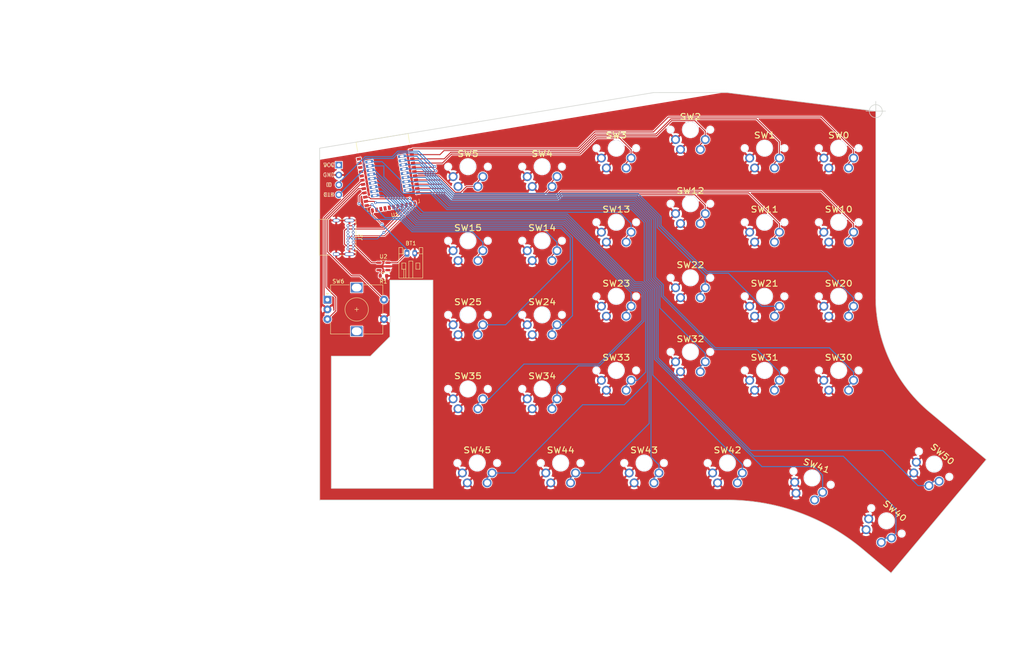
<source format=kicad_pcb>
(kicad_pcb (version 20210228) (generator pcbnew)
  (layers (0 "F.Cu" signal) (31 "B.Cu" signal) (34 "B.Paste" user) (35 "F.Paste" user) (36 "B.SilkS" user "B.Silkscreen") (37 "F.SilkS" user "F.Silkscreen") (38 "B.Mask" user) (39 "F.Mask" user) (44 "Edge.Cuts" user))
  (net 0 "")
  (net 1 "GND")
  (net 2 "VCC")
  (net 3 "ROT_B")
  (net 4 "ROT_A")
  (net 5 "S00")
  (net 6 "S01")
  (net 7 "S02")
  (net 8 "S03")
  (net 9 "S04")
  (net 10 "S05")
  (net 11 "S10")
  (net 12 "S11")
  (net 13 "S12")
  (net 14 "S13")
  (net 15 "S14")
  (net 16 "S15")
  (net 17 "S20")
  (net 18 "S21")
  (net 19 "S22")
  (net 20 "S23")
  (net 21 "S24")
  (net 22 "S25")
  (net 23 "S30")
  (net 24 "S31")
  (net 25 "S32")
  (net 26 "S33")
  (net 27 "S34")
  (net 28 "S35")
  (net 29 "S40")
  (net 30 "S42")
  (net 31 "S41")
  (net 32 "S43")
  (net 33 "S44")
  (net 34 "S45")
  (net 35 "S50")
  (net 36 "SWDIO")
  (net 37 "SWCLK")
  (net 38 "ROT_Switch")
  (net 39 "+BATT")
  (net 50 "VBUS")
  (net 51 "D-")
  (net 52 "D+")
  (net 59 "Net-(R1-Pad1)")
  (footprint "blackwing:MX_FLIP_5Pin" (layer "F.Cu") (at 106.56894 67.0425 180)
    (fp_text reference "SW35")
    (fp_text value "SW_Push" hide)
  )
  (footprint "blackwing:MX_FLIP_5Pin" (layer "F.Cu") (at 226.01949 86.314674 140)
    (fp_text reference "SW50")
    (fp_text value "SW_Push" hide)
  )
  (footprint "blackwing:MX_FLIP_5Pin" (layer "F.Cu") (at 130.31894 86.0425 180)
    (fp_text reference "SW44")
    (fp_text value "SW_Push" hide)
  )
  (footprint "blackwing:MX_FLIP_5Pin" (layer "F.Cu") (at 125.56894 67.0425 180)
    (fp_text reference "SW34")
    (fp_text value "SW_Push" hide)
  )
  (footprint "blackwing:MX_FLIP_5Pin" (layer "F.Cu") (at 213.80694 100.8695 140)
    (fp_text reference "SW40")
    (fp_text value "SW_Push" hide)
  )
  (footprint "blackwing:MX_FLIP_5Pin" (layer "F.Cu") (at 194.74494 89.8645 160)
    (fp_text reference "SW41")
    (fp_text value "SW_Push" hide)
  )
  (footprint "blackwing:MX_FLIP_5Pin" (layer "F.Cu") (at 173.06894 86.0425 180)
    (fp_text reference "SW42")
    (fp_text value "SW_Push" hide)
  )
  (footprint "blackwing:MX_FLIP_5Pin_1.25u" (layer "F.Cu") (at 151.69394 86.0425 180)
    (fp_text reference "SW43")
    (fp_text value "SW_Push" hide)
  )
  (footprint "blackwing:MX_FLIP_5Pin_1.25u" (layer "F.Cu") (at 108.94394 86.0425 180)
    (fp_text reference "SW45")
    (fp_text value "SW_Push" hide)
  )
  (footprint "blackwing:MX_FLIP_5Pin" (layer "F.Cu") (at 182.56894 43.2925 180)
    (fp_text reference "SW21")
    (fp_text value "SW_Push" hide)
  )
  (footprint "blackwing:MX_FLIP_5Pin" (layer "F.Cu") (at 201.56894 43.2925 180)
    (fp_text reference "SW20")
    (fp_text value "SW_Push" hide)
  )
  (footprint "blackwing:MX_FLIP_5Pin" (layer "F.Cu") (at 106.56894 29.0425 180)
    (fp_text reference "SW15")
    (fp_text value "SW_Push" hide)
  )
  (footprint "blackwing:MX_FLIP_5Pin" (layer "F.Cu") (at 125.56894 29.0425 180)
    (fp_text reference "SW14")
    (fp_text value "SW_Push" hide)
  )
  (footprint "blackwing:MX_FLIP_5Pin" (layer "F.Cu") (at 144.56894 24.2925 180)
    (fp_text reference "SW13")
    (fp_text value "SW_Push" hide)
  )
  (footprint "blackwing:MX_FLIP_5Pin" (layer "F.Cu") (at 163.56894 19.5425 180)
    (fp_text reference "SW12")
    (fp_text value "SW_Push" hide)
  )
  (footprint "blackwing:MX_FLIP_5Pin" (layer "F.Cu") (at 182.56894 24.2925 180)
    (fp_text reference "SW11")
    (fp_text value "SW_Push" hide)
  )
  (footprint "blackwing:MX_FLIP_5Pin" (layer "F.Cu") (at 201.56894 24.2925 180)
    (fp_text reference "SW10")
    (fp_text value "SW_Push" hide)
  )
  (footprint "blackwing:MX_FLIP_5Pin" (layer "F.Cu") (at 106.56894 10.0425 180)
    (fp_text reference "SW5")
    (fp_text value "SW_Push" hide)
  )
  (footprint "blackwing:MX_FLIP_5Pin" (layer "F.Cu") (at 125.56894 10.0425 180)
    (fp_text reference "SW4")
    (fp_text value "SW_Push" hide)
  )
  (footprint "blackwing:MX_FLIP_5Pin" (layer "F.Cu") (at 144.56894 5.2925 180)
    (fp_text reference "SW3")
    (fp_text value "SW_Push" hide)
  )
  (footprint "blackwing:MX_FLIP_5Pin" (layer "F.Cu") (at 163.56894 0.5425 180)
    (fp_text reference "SW2")
    (fp_text value "SW_Push" hide)
  )
  (footprint "blackwing:MX_FLIP_5Pin" (layer "F.Cu") (at 182.56894 5.2925 180)
    (fp_text reference "SW1")
    (fp_text value "SW_Push" hide)
  )
  (footprint "blackwing:MX_FLIP_5Pin" (layer "F.Cu") (at 201.56894 5.2925 180)
    (fp_text reference "SW0")
    (fp_text value "SW_Push" hide)
  )
  (footprint "blackwing:MX_FLIP_5Pin" (layer "F.Cu") (at 144.56894 43.2925 180)
    (fp_text reference "SW23")
    (fp_text value "SW_Push" hide)
  )
  (footprint "blackwing:MX_FLIP_5Pin" (layer "F.Cu") (at 125.56894 48.0425 180)
    (fp_text reference "SW24")
    (fp_text value "SW_Push" hide)
  )
  (footprint "blackwing:MX_FLIP_5Pin" (layer "F.Cu") (at 106.56894 48.0425 180)
    (fp_text reference "SW25")
    (fp_text value "SW_Push" hide)
  )
  (footprint "blackwing:MX_FLIP_5Pin" (layer "F.Cu") (at 201.56894 62.2925 180)
    (fp_text reference "SW30")
    (fp_text value "SW_Push" hide)
  )
  (footprint "blackwing:MX_FLIP_5Pin" (layer "F.Cu") (at 182.56894 62.2925 180)
    (fp_text reference "SW31")
    (fp_text value "SW_Push" hide)
  )
  (footprint "blackwing:MX_FLIP_5Pin" (layer "F.Cu") (at 163.56894 57.5425 180)
    (fp_text reference "SW32")
    (fp_text value "SW_Push" hide)
  )
  (footprint "blackwing:MX_FLIP_5Pin" (layer "F.Cu") (at 144.56894 62.2925 180)
    (fp_text reference "SW33")
    (fp_text value "SW_Push" hide)
  )
  (footprint "blackwing:MX_FLIP_5Pin" (layer "F.Cu") (at 163.56894 38.5425 180)
    (fp_text reference "SW22")
    (fp_text value "SW_Push" hide)
  )
  (footprint "blackwing:HOLYIOT-18010-NRF52840" (layer "F.Cu") (at 77.886966 3.739468 9.462)
    (fp_text reference "U1")
    (fp_text value "HOLYIOT-18010-NRF52840")
  )
  (footprint "Connector_JST:JST_PH_S2B-PH-K_1x02_P2.00mm_Horizontal" (layer "F.Cu") (at 90.929384 32.240056)
    (fp_text reference "BT1")
    (fp_text value "Battery_Cell")
  )
  (footprint "Rotary_Encoder:RotaryEncoder_Alps_EC12E-Switch_Vertical_H20mm" (layer "F.Cu") (at 70.54894 44.1425)
    (fp_text reference "SW6")
    (fp_text value "RotaryEncoder_Switch")
  )
  (footprint "Connector_USB:USB_C_Receptacle_GCT_USB4085" (layer "F.Cu") (at 77.16594 25.1775 -90)
    (fp_text reference "J2")
    (fp_text value "USB_C_Receptacle_USB2.0")
  )
  (footprint "Package_TO_SOT_SMD:SOT-23-5" (layer "F.Cu") (at 84.89894 35.6125 180)
    (fp_text reference "U2")
    (fp_text value "MCP73831-3-OT")
  )
  (footprint "Resistor_SMD:R_0603_1608Metric" (layer "F.Cu") (at 84.89894 38.0465)
    (fp_text reference "R1")
    (fp_text value "R_Small")
  )
  (footprint "blackwing:Programming_Header" (layer "B.Cu") (at 73.46894 9.6205 180)
    (fp_text reference "J1" hide)
    (fp_text value "Conn_01x04")
  )
  (gr_line (start 172.96894 -8.97) (end 154.06894 -8.9575) (layer "Edge.Cuts") (width 0.15))
  (gr_line (start 68.56894 95.5425) (end 173.06894 95.5425) (layer "Edge.Cuts") (width 0.15))
  (gr_arc (start 249.642673 43.381099) (end 211.06894 43.3825) (angle -50) (layer "Edge.Cuts") (width 0.15))
  (gr_line (start 154.06894 -8.9575) (end 68.56894 5.2925) (layer "Edge.Cuts") (width 0.15))
  (gr_poly (pts (xy 86.56894 53.6425) (xy 81.56894 58.6425) (xy 71.56894 58.6425) (xy 71.56894 92.5425) (xy 97.59894 92.5425) (xy 97.56894 39.1425) (xy 86.56894 39.1425)) (layer "Edge.Cuts") (width 0.15) (fill none))
  (gr_line (start 239.403873 85.144159) (end 224.849029 72.931194) (layer "Edge.Cuts") (width 0.15))
  (gr_line (start 211.06894 -4.2075) (end 211.06894 43.3825) (layer "Edge.Cuts") (width 0.15))
  (gr_line (start 239.403873 85.144159) (end 214.977944 114.253848) (layer "Edge.Cuts") (width 0.15))
  (gr_line (start 207.700522 108.147365) (end 214.977944 114.253848) (layer "Edge.Cuts") (width 0.15))
  (gr_line (start 68.56894 5.2925) (end 68.56894 95.5425) (layer "Edge.Cuts") (width 0.15))
  (gr_line (start 211.06894 -4.2075) (end 172.96894 -8.97) (layer "Edge.Cuts") (width 0.15))
  (gr_arc (start 173.068942 149.419675) (end 173.06894 95.5425) (angle 40) (layer "Edge.Cuts") (width 0.15))
  (target plus (at 211.06894 -4.2075) (size 5) (width 0.15) (layer "Edge.Cuts"))
  (segment (start 75.81594 25.1775) (end 77.16594 25.1775) (width 0.254) (layer "F.Cu") (net 1))
  (segment (start 75.81594 31.1275) (end 77.16594 31.1275) (width 0.254) (layer "F.Cu") (net 1))
  (segment (start 72.68693 47.00451) (end 72.68693 43.541178) (width 0.254) (layer "F.Cu") (net 3))
  (segment (start 70.14693 23.392442) (end 78.949561 14.589811) (width 0.254) (layer "F.Cu") (net 3))
  (segment (start 78.949561 14.589811) (end 79.695294 14.589811) (width 0.254) (layer "F.Cu") (net 3))
  (segment (start 70.54894 49.1425) (end 72.68693 47.00451) (width 0.254) (layer "F.Cu") (net 3))
  (segment (start 72.68693 43.541178) (end 70.14693 41.001178) (width 0.254) (layer "F.Cu") (net 3))
  (segment (start 70.14693 41.001178) (end 70.14693 23.392442) (width 0.254) (layer "F.Cu") (net 3))
  (segment (start 69.69292 23.204385) (end 79.392528 13.504777) (width 0.254) (layer "F.Cu") (net 4))
  (segment (start 79.392528 13.504777) (end 79.514461 13.504777) (width 0.254) (layer "F.Cu") (net 4))
  (segment (start 69.69292 43.28648) (end 69.69292 23.204385) (width 0.254) (layer "F.Cu") (net 4))
  (segment (start 70.54894 44.1425) (end 69.69292 43.28648) (width 0.254) (layer "F.Cu") (net 4))
  (segment (start 205.37894 5.667551) (end 197.024956 -2.686433) (width 0.254) (layer "F.Cu") (net 5))
  (segment (start 154.06894 1.1425) (end 139.06894 1.1425) (width 0.254) (layer "F.Cu") (net 5))
  (segment (start 204.10894 9.1025) (end 204.10894 10.3725) (width 0.254) (layer "F.Cu") (net 5))
  (segment (start 139.06894 1.1425) (end 134.759906 5.451534) (width 0.254) (layer "F.Cu") (net 5))
  (segment (start 205.37894 7.8325) (end 204.10894 9.1025) (width 0.254) (layer "F.Cu") (net 5))
  (segment (start 205.37894 7.8325) (end 205.37894 5.667551) (width 0.254) (layer "F.Cu") (net 5))
  (segment (start 197.024956 -2.686433) (end 157.897873 -2.686433) (width 0.254) (layer "F.Cu") (net 5))
  (segment (start 157.897873 -2.686433) (end 154.06894 1.1425) (width 0.254) (layer "F.Cu") (net 5))
  (segment (start 134.759906 5.451534) (end 92.335386 5.451534) (width 0.254) (layer "F.Cu") (net 5))
  (segment (start 92.335386 5.451534) (end 91.926627 5.860293) (width 0.254) (layer "F.Cu") (net 5))
  (segment (start 139.165019 1.688489) (end 154.665019 1.688489) (width 0.254) (layer "F.Cu") (net 6))
  (segment (start 134.947968 5.90554) (end 139.165019 1.688489) (width 0.254) (layer "F.Cu") (net 6))
  (segment (start 180.488018 -2.232422) (end 186.37894 3.6585) (width 0.254) (layer "F.Cu") (net 6))
  (segment (start 185.10894 9.1025) (end 185.10894 10.3725) (width 0.254) (layer "F.Cu") (net 6))
  (segment (start 99.39218 6.945328) (end 100.431968 5.90554) (width 0.254) (layer "F.Cu") (net 6))
  (segment (start 158.58593 -2.232422) (end 180.488018 -2.232422) (width 0.254) (layer "F.Cu") (net 6))
  (segment (start 100.431968 5.90554) (end 134.947968 5.90554) (width 0.254) (layer "F.Cu") (net 6))
  (segment (start 186.37894 7.8325) (end 185.10894 9.1025) (width 0.254) (layer "F.Cu") (net 6))
  (segment (start 154.665019 1.688489) (end 158.58593 -2.232422) (width 0.254) (layer "F.Cu") (net 6))
  (segment (start 186.37894 3.6585) (end 186.37894 7.8325) (width 0.254) (layer "F.Cu") (net 6))
  (segment (start 92.10746 6.945328) (end 99.39218 6.945328) (width 0.254) (layer "F.Cu") (net 6))
  (segment (start 167.37894 3.0825) (end 166.10894 4.3525) (width 0.254) (layer "F.Cu") (net 7))
  (segment (start 139.353076 2.1425) (end 154.853076 2.1425) (width 0.254) (layer "F.Cu") (net 7))
  (segment (start 166.10894 4.3525) (end 166.10894 5.6225) (width 0.254) (layer "F.Cu") (net 7))
  (segment (start 102.144416 6.359551) (end 135.136025 6.359551) (width 0.254) (layer "F.Cu") (net 7))
  (segment (start 135.136025 6.359551) (end 139.353076 2.1425) (width 0.254) (layer "F.Cu") (net 7))
  (segment (start 154.853076 2.1425) (end 158.773987 -1.778411) (width 0.254) (layer "F.Cu") (net 7))
  (segment (start 164.682978 -1.778411) (end 167.37894 0.917551) (width 0.254) (layer "F.Cu") (net 7))
  (segment (start 167.37894 0.917551) (end 167.37894 3.0825) (width 0.254) (layer "F.Cu") (net 7))
  (segment (start 158.773987 -1.778411) (end 164.682978 -1.778411) (width 0.254) (layer "F.Cu") (net 7))
  (segment (start 92.288293 8.030362) (end 100.473605 8.030362) (width 0.254) (layer "F.Cu") (net 7))
  (segment (start 100.473605 8.030362) (end 102.144416 6.359551) (width 0.254) (layer "F.Cu") (net 7))
  (segment (start 147.10894 9.1025) (end 147.10894 10.3725) (width 0.254) (layer "F.Cu") (net 8))
  (segment (start 102.332499 6.813564) (end 135.324082 6.813562) (width 0.254) (layer "F.Cu") (net 8))
  (segment (start 100.030667 9.115396) (end 102.332499 6.813564) (width 0.254) (layer "F.Cu") (net 8))
  (segment (start 135.324082 6.813562) (end 139.495144 2.6425) (width 0.254) (layer "F.Cu") (net 8))
  (segment (start 139.495144 2.6425) (end 145.353889 2.6425) (width 0.254) (layer "F.Cu") (net 8))
  (segment (start 145.353889 2.6425) (end 148.37894 5.667551) (width 0.254) (layer "F.Cu") (net 8))
  (segment (start 92.469125 9.115396) (end 100.030667 9.115396) (width 0.254) (layer "F.Cu") (net 8))
  (segment (start 148.37894 5.667551) (end 148.37894 7.8325) (width 0.254) (layer "F.Cu") (net 8))
  (segment (start 148.37894 7.8325) (end 147.10894 9.1025) (width 0.254) (layer "F.Cu") (net 8))
  (segment (start 128.10894 13.8525) (end 128.10894 15.1225) (width 0.254) (layer "F.Cu") (net 9))
  (segment (start 129.37894 12.5825) (end 128.10894 13.8525) (width 0.254) (layer "F.Cu") (net 9))
  (segment (start 126.184919 17.046521) (end 128.10894 15.1225) (width 0.254) (layer "F.Cu") (net 9))
  (segment (start 93.192457 13.455534) (end 99.544289 13.455534) (width 0.254) (layer "F.Cu") (net 9))
  (segment (start 99.544289 13.455534) (end 103.135276 17.046521) (width 0.254) (layer "F.Cu") (net 9))
  (segment (start 103.135276 17.046521) (end 126.184919 17.046521) (width 0.254) (layer "F.Cu") (net 9))
  (segment (start 109.10894 13.8525) (end 109.10894 15.1225) (width 0.254) (layer "F.Cu") (net 10))
  (segment (start 106.204557 15.1225) (end 109.10894 15.1225) (width 0.254) (layer "F.Cu") (net 10))
  (segment (start 99.101322 12.370499) (end 103.323334 16.592511) (width 0.254) (layer "F.Cu") (net 10))
  (segment (start 104.734546 16.592511) (end 106.204557 15.1225) (width 0.254) (layer "F.Cu") (net 10))
  (segment (start 93.011624 12.370499) (end 99.101322 12.370499) (width 0.254) (layer "F.Cu") (net 10))
  (segment (start 110.37894 12.5825) (end 109.10894 13.8525) (width 0.254) (layer "F.Cu") (net 10))
  (segment (start 103.323334 16.592511) (end 104.734546 16.592511) (width 0.254) (layer "F.Cu") (net 10))
  (segment (start 197.024958 16.313569) (end 205.37894 24.667551) (width 0.254) (layer "F.Cu") (net 11))
  (segment (start 102.947219 17.500531) (end 129.190662 17.500531) (width 0.254) (layer "F.Cu") (net 11))
  (segment (start 93.373289 14.540568) (end 99.987256 14.540568) (width 0.254) (layer "F.Cu") (net 11))
  (segment (start 129.190662 17.500531) (end 130.377624 16.313569) (width 0.254) (layer "F.Cu") (net 11))
  (segment (start 205.37894 26.8325) (end 204.10894 28.1025) (width 0.254) (layer "F.Cu") (net 11))
  (segment (start 205.37894 24.667551) (end 205.37894 26.8325) (width 0.254) (layer "F.Cu") (net 11))
  (segment (start 99.987256 14.540568) (end 102.947219 17.500531) (width 0.254) (layer "F.Cu") (net 11))
  (segment (start 130.377624 16.313569) (end 197.024958 16.313569) (width 0.254) (layer "F.Cu") (net 11))
  (segment (start 204.10894 28.1025) (end 204.10894 29.3725) (width 0.254) (layer "F.Cu") (net 11))
  (segment (start 185.10894 28.1025) (end 185.10894 29.3725) (width 0.254) (layer "F.Cu") (net 12))
  (segment (start 178.478969 16.76758) (end 186.37894 24.667551) (width 0.254) (layer "F.Cu") (net 12))
  (segment (start 186.37894 24.667551) (end 186.37894 26.8325) (width 0.254) (layer "F.Cu") (net 12))
  (segment (start 102.759162 17.954542) (end 129.37872 17.954541) (width 0.254) (layer "F.Cu") (net 12))
  (segment (start 129.37872 17.954541) (end 130.565681 16.76758) (width 0.254) (layer "F.Cu") (net 12))
  (segment (start 186.37894 26.8325) (end 185.10894 28.1025) (width 0.254) (layer "F.Cu") (net 12))
  (segment (start 130.565681 16.76758) (end 178.478969 16.76758) (width 0.254) (layer "F.Cu") (net 12))
  (segment (start 100.430222 15.625602) (end 102.759162 17.954542) (width 0.254) (layer "F.Cu") (net 12))
  (segment (start 93.554122 15.625602) (end 100.430222 15.625602) (width 0.254) (layer "F.Cu") (net 12))
  (segment (start 164.68298 17.221591) (end 167.37894 19.917551) (width 0.254) (layer "F.Cu") (net 13))
  (segment (start 100.87319 16.710637) (end 102.571105 18.408553) (width 0.254) (layer "F.Cu") (net 13))
  (segment (start 102.571105 18.408553) (end 129.566778 18.408551) (width 0.254) (layer "F.Cu") (net 13))
  (segment (start 167.37894 22.0825) (end 166.10894 23.3525) (width 0.254) (layer "F.Cu") (net 13))
  (segment (start 166.10894 23.3525) (end 166.10894 24.6225) (width 0.254) (layer "F.Cu") (net 13))
  (segment (start 129.566778 18.408551) (end 130.753738 17.221591) (width 0.254) (layer "F.Cu") (net 13))
  (segment (start 130.753738 17.221591) (end 164.68298 17.221591) (width 0.254) (layer "F.Cu") (net 13))
  (segment (start 93.734955 16.710637) (end 100.87319 16.710637) (width 0.254) (layer "F.Cu") (net 13))
  (segment (start 167.37894 19.917551) (end 167.37894 22.0825) (width 0.254) (layer "F.Cu") (net 13))
  (segment (start 147.10894 28.1025) (end 147.10894 29.3725) (width 0.254) (layer "F.Cu") (net 14))
  (segment (start 90.578857 18.270583) (end 91.086857 18.270583) (width 0.254) (layer "F.Cu") (net 14))
  (segment (start 91.594857 18.270583) (end 91.63094 18.2345) (width 0.254) (layer "F.Cu") (net 14))
  (segment (start 81.213797 17.844914) (end 81.639466 18.270583) (width 0.254) (layer "F.Cu") (net 14))
  (segment (start 80.237792 17.844914) (end 81.213797 17.844914) (width 0.254) (layer "F.Cu") (net 14))
  (segment (start 91.086857 18.270583) (end 91.594857 18.270583) (width 0.254) (layer "F.Cu") (net 14))
  (segment (start 148.37894 26.8325) (end 147.10894 28.1025) (width 0.254) (layer "F.Cu") (net 14))
  (segment (start 81.639466 18.270583) (end 91.086857 18.270583) (width 0.254) (layer "F.Cu") (net 14))
  (via (at 91.63094 18.2345) (size 0.6858) (drill 0.3302) (layers "F.Cu" "B.Cu") (net 14))
  (segment (start 91.63094 18.2345) (end 95.12391 21.727469) (width 0.254) (layer "B.Cu") (net 14))
  (segment (start 145.438858 21.727469) (end 148.37894 24.667551) (width 0.254) (layer "B.Cu") (net 14))
  (segment (start 95.12391 21.727469) (end 145.438858 21.727469) (width 0.254) (layer "B.Cu") (net 14))
  (segment (start 148.37894 24.667551) (end 148.37894 26.8325) (width 0.254) (layer "B.Cu") (net 14))
  (segment (start 129.37894 31.5825) (end 128.10894 32.8525) (width 0.254) (layer "F.Cu") (net 15))
  (segment (start 81.722457 20.014983) (end 81.97894 19.7585) (width 0.254) (layer "F.Cu") (net 15))
  (segment (start 80.599458 20.014983) (end 81.722457 20.014983) (width 0.254) (layer "F.Cu") (net 15))
  (segment (start 128.10894 32.8525) (end 128.10894 34.1225) (width 0.254) (layer "F.Cu") (net 15))
  (via (at 81.97894 19.7585) (size 0.6858) (drill 0.3302) (layers "F.Cu" "B.Cu") (net 15))
  (segment (start 129.37894 29.417551) (end 129.37894 31.5825) (width 0.254) (layer "B.Cu") (net 15))
  (segment (start 89.278998 23.11449) (end 92.432087 26.267579) (width 0.254) (layer "B.Cu") (net 15))
  (segment (start 85.334929 23.114489) (end 89.278998 23.11449) (width 0.254) (layer "B.Cu") (net 15))
  (segment (start 81.97894 19.7585) (end 85.334929 23.114489) (width 0.254) (layer "B.Cu") (net 15))
  (segment (start 92.432087 26.267579) (end 126.228968 26.267579) (width 0.254) (layer "B.Cu") (net 15))
  (segment (start 126.228968 26.267579) (end 129.37894 29.417551) (width 0.254) (layer "B.Cu") (net 15))
  (segment (start 79.499373 16.75988) (end 78.67694 17.582313) (width 0.254) (layer "F.Cu") (net 16))
  (segment (start 110.37894 31.5825) (end 109.10894 32.8525) (width 0.254) (layer "F.Cu") (net 16))
  (segment (start 109.10894 32.8525) (end 109.10894 34.1225) (width 0.254) (layer "F.Cu") (net 16))
  (segment (start 78.67694 17.582313) (end 78.67694 19.5045) (width 0.254) (layer "F.Cu") (net 16))
  (segment (start 80.056959 16.75988) (end 79.499373 16.75988) (width 0.254) (layer "F.Cu") (net 16))
  (via (at 78.67694 19.5045) (size 0.6858) (drill 0.3302) (layers "F.Cu" "B.Cu") (net 16))
  (segment (start 107.682978 26.721589) (end 92.244029 26.721589) (width 0.254) (layer "B.Cu") (net 16))
  (segment (start 89.090941 23.568501) (end 82.74094 23.5685) (width 0.254) (layer "B.Cu") (net 16))
  (segment (start 110.37894 29.417551) (end 107.682978 26.721589) (width 0.254) (layer "B.Cu") (net 16))
  (segment (start 110.37894 31.5825) (end 110.37894 29.417551) (width 0.254) (layer "B.Cu") (net 16))
  (segment (start 82.74094 23.5685) (end 78.67694 19.5045) (width 0.254) (layer "B.Cu") (net 16))
  (segment (start 92.244029 26.721589) (end 89.090941 23.568501) (width 0.254) (layer "B.Cu") (net 16))
  (segment (start 205.37894 43.667551) (end 205.37894 45.8325) (width 0.254) (layer "B.Cu") (net 17))
  (segment (start 204.10894 47.1025) (end 204.10894 48.3725) (width 0.254) (layer "B.Cu") (net 17))
  (segment (start 103.020922 16.910412) (end 93.466821 7.356311) (width 0.254) (layer "B.Cu") (net 17))
  (segment (start 156.026008 25.107432) (end 156.026008 22.820954) (width 0.254) (layer "B.Cu") (net 17))
  (segment (start 156.026008 22.820954) (end 150.115466 16.910412) (width 0.254) (layer "B.Cu") (net 17))
  (segment (start 156.026008 25.107432) (end 167.829154 36.910578) (width 0.254) (layer "B.Cu") (net 17))
  (segment (start 167.829154 36.910578) (end 198.621967 36.910578) (width 0.254) (layer "B.Cu") (net 17))
  (segment (start 93.466821 7.356311) (end 89.641473 7.356311) (width 0.254) (layer "B.Cu") (net 17))
  (segment (start 150.115466 16.910412) (end 103.020922 16.910412) (width 0.254) (layer "B.Cu") (net 17))
  (segment (start 198.621967 36.910578) (end 205.37894 43.667551) (width 0.254) (layer "B.Cu") (net 17))
  (segment (start 205.37894 45.8325) (end 204.10894 47.1025) (width 0.254) (layer "B.Cu") (net 17))
  (segment (start 93.909788 8.441346) (end 102.832865 17.364423) (width 0.254) (layer "B.Cu") (net 18))
  (segment (start 155.577974 25.301466) (end 167.641097 37.364589) (width 0.254) (layer "B.Cu") (net 18))
  (segment (start 186.37894 45.8325) (end 185.10894 47.1025) (width 0.254) (layer "B.Cu") (net 18))
  (segment (start 173.337077 37.364589) (end 181.804988 45.8325) (width 0.254) (layer "B.Cu") (net 18))
  (segment (start 149.927409 17.364423) (end 155.548986 22.986) (width 0.254) (layer "B.Cu") (net 18))
  (segment (start 155.548986 22.986) (end 155.548986 25.272478) (width 0.254) (layer "B.Cu") (net 18))
  (segment (start 185.10894 47.1025) (end 185.10894 48.3725) (width 0.254) (layer "B.Cu") (net 18))
  (segment (start 102.832865 17.364423) (end 149.927409 17.364423) (width 0.254) (layer "B.Cu") (net 18))
  (segment (start 167.641097 37.364589) (end 173.337077 37.364589) (width 0.254) (layer "B.Cu") (net 18))
  (segment (start 181.804988 45.8325) (end 186.37894 45.8325) (width 0.254) (layer "B.Cu") (net 18))
  (segment (start 89.822306 8.441346) (end 93.909788 8.441346) (width 0.254) (layer "B.Cu") (net 18))
  (segment (start 149.739352 17.818434) (end 155.094975 23.174057) (width 0.254) (layer "B.Cu") (net 19))
  (segment (start 166.10894 42.3525) (end 166.10894 43.6225) (width 0.254) (layer "B.Cu") (net 19))
  (segment (start 90.003138 9.52638) (end 94.352754 9.52638) (width 0.254) (layer "B.Cu") (net 19))
  (segment (start 167.37894 37.9525) (end 167.37894 41.0825) (width 0.254) (layer "B.Cu") (net 19))
  (segment (start 102.644808 17.818434) (end 149.739352 17.818434) (width 0.254) (layer "B.Cu") (net 19))
  (segment (start 167.37894 41.0825) (end 166.10894 42.3525) (width 0.254) (layer "B.Cu") (net 19))
  (segment (start 155.094975 23.174057) (end 155.094975 25.668535) (width 0.254) (layer "B.Cu") (net 19))
  (segment (start 94.352754 9.52638) (end 102.644808 17.818434) (width 0.254) (layer "B.Cu") (net 19))
  (segment (start 155.094975 25.668535) (end 167.37894 37.9525) (width 0.254) (layer "B.Cu") (net 19))
  (segment (start 148.37894 45.8325) (end 148.37894 42.3665) (width 0.254) (layer "B.Cu") (net 20))
  (segment (start 148.37894 45.8325) (end 147.10894 47.1025) (width 0.254) (layer "B.Cu") (net 20))
  (segment (start 84.649404 16.348896) (end 82.522946 16.348896) (width 0.254) (layer "B.Cu") (net 20))
  (segment (start 147.10894 47.1025) (end 147.10894 48.3725) (width 0.254) (layer "B.Cu") (net 20))
  (segment (start 148.37894 42.3665) (end 130.917986 24.905546) (width 0.254) (layer "B.Cu") (net 20))
  (segment (start 130.917986 24.905546) (end 93.206054 24.905546) (width 0.254) (layer "B.Cu") (net 20))
  (segment (start 93.206054 24.905546) (end 84.649404 16.348896) (width 0.254) (layer "B.Cu") (net 20))
  (segment (start 130.995386 50.5825) (end 129.37894 50.5825) (width 0.254) (layer "B.Cu") (net 21))
  (segment (start 128.10894 51.8525) (end 128.10894 53.1225) (width 0.254) (layer "B.Cu") (net 21))
  (segment (start 133.358951 48.218935) (end 130.995386 50.5825) (width 0.254) (layer "B.Cu") (net 21))
  (segment (start 130.55572 25.359557) (end 133.358951 28.162788) (width 0.254) (layer "B.Cu") (net 21))
  (segment (start 84.882574 17.43393) (end 92.808201 25.359557) (width 0.254) (layer "B.Cu") (net 21))
  (segment (start 133.358951 28.162788) (end 133.358951 48.218935) (width 0.254) (layer "B.Cu") (net 21))
  (segment (start 92.808201 25.359557) (end 130.55572 25.359557) (width 0.254) (layer "B.Cu") (net 21))
  (segment (start 82.703779 17.43393) (end 84.882574 17.43393) (width 0.254) (layer "B.Cu") (net 21))
  (segment (start 129.37894 50.5825) (end 128.10894 51.8525) (width 0.254) (layer "B.Cu") (net 21))
  (segment (start 82.524388 18.929948) (end 82.86694 19.2725) (width 0.254) (layer "F.Cu") (net 22))
  (segment (start 80.418625 18.929948) (end 82.524388 18.929948) (width 0.254) (layer "F.Cu") (net 22))
  (via (at 82.86694 19.2725) (size 0.6858) (drill 0.3302) (layers "F.Cu" "B.Cu") (net 22))
  (segment (start 110.37894 50.5825) (end 109.10894 51.8525) (width 0.254) (layer "B.Cu") (net 22))
  (segment (start 86.079076 19.2725) (end 92.620144 25.813568) (width 0.254) (layer "B.Cu") (net 22))
  (segment (start 116.205631 50.5825) (end 110.37894 50.5825) (width 0.254) (layer "B.Cu") (net 22))
  (segment (start 109.10894 51.8525) (end 109.10894 53.1225) (width 0.254) (layer "B.Cu") (net 22))
  (segment (start 130.367663 25.813568) (end 132.783631 28.229536) (width 0.254) (layer "B.Cu") (net 22))
  (segment (start 82.86694 19.2725) (end 86.079076 19.2725) (width 0.254) (layer "B.Cu") (net 22))
  (segment (start 132.783631 28.229536) (end 132.783631 34.0045) (width 0.254) (layer "B.Cu") (net 22))
  (segment (start 132.783631 34.0045) (end 116.205631 50.5825) (width 0.254) (layer "B.Cu") (net 22))
  (segment (start 92.620144 25.813568) (end 130.367663 25.813568) (width 0.254) (layer "B.Cu") (net 22))
  (segment (start 149.551293 18.272445) (end 154.640964 23.362116) (width 0.254) (layer "B.Cu") (net 23))
  (segment (start 102.456751 18.272445) (end 149.551293 18.272445) (width 0.254) (layer "B.Cu") (net 23))
  (segment (start 169.979115 56.487298) (end 199.198687 56.487298) (width 0.254) (layer "B.Cu") (net 23))
  (segment (start 154.640964 38.344439) (end 156.641071 40.344546) (width 0.254) (layer "B.Cu") (net 23))
  (segment (start 154.640964 23.362116) (end 154.640964 38.344439) (width 0.254) (layer "B.Cu") (net 23))
  (segment (start 204.10894 66.1025) (end 204.10894 67.3725) (width 0.254) (layer "B.Cu") (net 23))
  (segment (start 156.641071 40.344546) (end 156.641072 43.149254) (width 0.254) (layer "B.Cu") (net 23))
  (segment (start 156.641072 43.149254) (end 169.979115 56.487298) (width 0.254) (layer "B.Cu") (net 23))
  (segment (start 199.198687 56.487298) (end 205.37894 62.667551) (width 0.254) (layer "B.Cu") (net 23))
  (segment (start 94.79572 10.611414) (end 102.456751 18.272445) (width 0.254) (layer "B.Cu") (net 23))
  (segment (start 90.183971 10.611414) (end 94.79572 10.611414) (width 0.254) (layer "B.Cu") (net 23))
  (segment (start 205.37894 62.667551) (end 205.37894 64.8325) (width 0.254) (layer "B.Cu") (net 23))
  (segment (start 205.37894 64.8325) (end 204.10894 66.1025) (width 0.254) (layer "B.Cu") (net 23))
  (segment (start 95.238687 11.696449) (end 102.268694 18.726456) (width 0.254) (layer "B.Cu") (net 24))
  (segment (start 154.186953 38.545587) (end 156.18706 40.545694) (width 0.254) (layer "B.Cu") (net 24))
  (segment (start 156.187061 43.337311) (end 169.791058 56.941309) (width 0.254) (layer "B.Cu") (net 24))
  (segment (start 185.10894 66.1025) (end 185.10894 67.3725) (width 0.254) (layer "B.Cu") (net 24))
  (segment (start 186.37894 62.720568) (end 186.37894 64.8325) (width 0.254) (layer "B.Cu") (net 24))
  (segment (start 154.186953 23.550173) (end 154.186953 38.545587) (width 0.254) (layer "B.Cu") (net 24))
  (segment (start 90.364804 11.696449) (end 95.238687 11.696449) (width 0.254) (layer "B.Cu") (net 24))
  (segment (start 180.599681 56.941309) (end 186.37894 62.720568) (width 0.254) (layer "B.Cu") (net 24))
  (segment (start 149.363236 18.726456) (end 154.186953 23.550173) (width 0.254) (layer "B.Cu") (net 24))
  (segment (start 186.37894 64.8325) (end 185.10894 66.1025) (width 0.254) (layer "B.Cu") (net 24))
  (segment (start 156.18706 40.545694) (end 156.187061 43.337311) (width 0.254) (layer "B.Cu") (net 24))
  (segment (start 102.268694 18.726456) (end 149.363236 18.726456) (width 0.254) (layer "B.Cu") (net 24))
  (segment (start 169.791058 56.941309) (end 180.599681 56.941309) (width 0.254) (layer "B.Cu") (net 24))
  (segment (start 90.545637 12.781483) (end 95.681653 12.781483) (width 0.254) (layer "B.Cu") (net 25))
  (segment (start 167.37894 57.917551) (end 167.37894 60.0825) (width 0.254) (layer "B.Cu") (net 25))
  (segment (start 149.175179 19.180467) (end 153.624963 23.630251) (width 0.254) (layer "B.Cu") (net 25))
  (segment (start 102.080637 19.180467) (end 149.175179 19.180467) (width 0.254) (layer "B.Cu") (net 25))
  (segment (start 166.10894 61.3525) (end 166.10894 62.6225) (width 0.254) (layer "B.Cu") (net 25))
  (segment (start 95.681653 12.781483) (end 102.080637 19.180467) (width 0.254) (layer "B.Cu") (net 25))
  (segment (start 153.624963 38.651843) (end 155.733046 40.759926) (width 0.254) (layer "B.Cu") (net 25))
  (segment (start 155.733046 46.271656) (end 167.37894 57.917551) (width 0.254) (layer "B.Cu") (net 25))
  (segment (start 155.733046 40.759926) (end 155.733046 46.271656) (width 0.254) (layer "B.Cu") (net 25))
  (segment (start 167.37894 60.0825) (end 166.10894 61.3525) (width 0.254) (layer "B.Cu") (net 25))
  (segment (start 153.624963 23.630251) (end 153.624963 38.651843) (width 0.254) (layer "B.Cu") (net 25))
  (segment (start 148.909126 40.970482) (end 150.807059 40.970483) (width 0.254) (layer "B.Cu") (net 26))
  (segment (start 148.37894 64.8325) (end 147.10894 66.1025) (width 0.254) (layer "B.Cu") (net 26))
  (segment (start 149.995386 64.8325) (end 148.37894 64.8325) (width 0.254) (layer "B.Cu") (net 26))
  (segment (start 150.807059 40.970483) (end 152.100958 42.264382) (width 0.254) (layer "B.Cu") (net 26))
  (segment (start 93.876021 23.543513) (end 131.482157 23.543513) (width 0.254) (layer "B.Cu") (net 26))
  (segment (start 152.100958 62.726928) (end 149.995386 64.8325) (width 0.254) (layer "B.Cu") (net 26))
  (segment (start 152.100958 42.264382) (end 152.100958 62.726928) (width 0.254) (layer "B.Cu") (net 26))
  (segment (start 83.426301 13.093793) (end 93.876021 23.543513) (width 0.254) (layer "B.Cu") (net 26))
  (segment (start 131.482157 23.543513) (end 148.909126 40.970482) (width 0.254) (layer "B.Cu") (net 26))
  (segment (start 147.10894 66.1025) (end 147.10894 67.3725) (width 0.254) (layer "B.Cu") (net 26))
  (segment (start 81.980448 13.093793) (end 83.426301 13.093793) (width 0.254) (layer "B.Cu") (net 26))
  (segment (start 129.37894 66.569191) (end 134.833542 61.114589) (width 0.254) (layer "B.Cu") (net 27))
  (segment (start 134.833542 61.114589) (end 140.218909 61.114588) (width 0.254) (layer "B.Cu") (net 27))
  (segment (start 83.763471 14.178827) (end 82.161281 14.178827) (width 0.254) (layer "B.Cu") (net 27))
  (segment (start 151.646947 49.68655) (end 151.646946 42.452438) (width 0.254) (layer "B.Cu") (net 27))
  (segment (start 128.10894 70.8525) (end 128.10894 72.1225) (width 0.254) (layer "B.Cu") (net 27))
  (segment (start 150.619002 41.424494) (end 148.721069 41.424493) (width 0.254) (layer "B.Cu") (net 27))
  (segment (start 148.721069 41.424493) (end 131.2941 23.997524) (width 0.254) (layer "B.Cu") (net 27))
  (segment (start 93.582168 23.997524) (end 83.763471 14.178827) (width 0.254) (layer "B.Cu") (net 27))
  (segment (start 131.2941 23.997524) (end 93.582168 23.997524) (width 0.254) (layer "B.Cu") (net 27))
  (segment (start 151.646946 42.452438) (end 150.619002 41.424494) (width 0.254) (layer "B.Cu") (net 27))
  (segment (start 129.37894 69.5825) (end 128.10894 70.8525) (width 0.254) (layer "B.Cu") (net 27))
  (segment (start 129.37894 69.5825) (end 129.37894 66.569191) (width 0.254) (layer "B.Cu") (net 27))
  (segment (start 140.218909 61.114588) (end 151.646947 49.68655) (width 0.254) (layer "B.Cu") (net 27))
  (segment (start 120.917308 60.660578) (end 111.995386 69.5825) (width 0.254) (layer "B.Cu") (net 28))
  (segment (start 109.10894 70.8525) (end 109.10894 72.1225) (width 0.254) (layer "B.Cu") (net 28))
  (segment (start 111.995386 69.5825) (end 110.37894 69.5825) (width 0.254) (layer "B.Cu") (net 28))
  (segment (start 150.430945 41.878505) (end 151.192936 42.640496) (width 0.254) (layer "B.Cu") (net 28))
  (segment (start 151.192936 49.498493) (end 140.030851 60.660578) (width 0.254) (layer "B.Cu") (net 28))
  (segment (start 148.533012 41.878504) (end 150.430945 41.878505) (width 0.254) (layer "B.Cu") (net 28))
  (segment (start 151.192936 42.640496) (end 151.192936 49.498493) (width 0.254) (layer "B.Cu") (net 28))
  (segment (start 131.106043 24.451535) (end 148.533012 41.878504) (width 0.254) (layer "B.Cu") (net 28))
  (segment (start 140.030851 60.660578) (end 120.917308 60.660578) (width 0.254) (layer "B.Cu") (net 28))
  (segment (start 110.37894 69.5825) (end 109.10894 70.8525) (width 0.254) (layer "B.Cu") (net 28))
  (segment (start 93.394111 24.451535) (end 131.106043 24.451535) (width 0.254) (layer "B.Cu") (net 28))
  (segment (start 82.342113 15.263862) (end 84.206438 15.263862) (width 0.254) (layer "B.Cu") (net 28))
  (segment (start 84.206438 15.263862) (end 93.394111 24.451535) (width 0.254) (layer "B.Cu") (net 28))
  (segment (start 148.799065 20.088489) (end 152.716932 24.006356) (width 0.254) (layer "B.Cu") (net 29))
  (segment (start 179.885255 84.2965) (end 202.75494 84.2965) (width 0.254) (layer "B.Cu") (net 29))
  (segment (start 152.716932 24.006356) (end 152.716932 39.027948) (width 0.254) (layer "B.Cu") (net 29))
  (segment (start 96.567586 14.951552) (end 101.704523 20.088489) (width 0.254) (layer "B.Cu") (net 29))
  (segment (start 90.907302 14.951552) (end 96.567586 14.951552) (width 0.254) (layer "B.Cu") (net 29))
  (segment (start 154.825025 41.136041) (end 154.825025 59.23627) (width 0.254) (layer "B.Cu") (net 29))
  (segment (start 152.716932 39.027948) (end 154.825025 41.136041) (width 0.254) (layer "B.Cu") (net 29))
  (segment (start 216.235889 104.121274) (end 215.092889 105.264274) (width 0.254) (layer "B.Cu") (net 29))
  (segment (start 154.825025 59.23627) (end 179.885255 84.2965) (width 0.254) (layer "B.Cu") (net 29))
  (segment (start 215.092889 105.264274) (end 213.616744 105.264274) (width 0.254) (layer "B.Cu") (net 29))
  (segment (start 213.616744 105.264274) (end 212.487332 106.393686) (width 0.254) (layer "B.Cu") (net 29))
  (segment (start 101.704523 20.088489) (end 148.799065 20.088489) (width 0.254) (layer "B.Cu") (net 29))
  (segment (start 202.75494 84.2965) (end 216.235889 97.777449) (width 0.254) (layer "B.Cu") (net 29))
  (segment (start 216.235889 97.777449) (end 216.235889 104.121274) (width 0.254) (layer "B.Cu") (net 29))
  (segment (start 151.738984 24.312544) (end 151.738984 39.334136) (width 0.254) (layer "B.Cu") (net 30))
  (segment (start 101.16292 21.028412) (end 148.454852 21.028412) (width 0.254) (layer "B.Cu") (net 30))
  (segment (start 153.917002 41.512154) (end 153.917003 63.455614) (width 0.254) (layer "B.Cu") (net 30))
  (segment (start 97.007746 16.873238) (end 101.16292 21.028412) (width 0.254) (layer "B.Cu") (net 30))
  (segment (start 175.60894 89.8525) (end 175.60894 91.1225) (width 0.254) (layer "B.Cu") (net 30))
  (segment (start 153.917003 63.455614) (end 176.87894 86.417551) (width 0.254) (layer "B.Cu") (net 30))
  (segment (start 89.355517 16.204932) (end 90.023823 16.873238) (width 0.254) (layer "B.Cu") (net 30))
  (segment (start 90.023823 16.873238) (end 97.007746 16.873238) (width 0.254) (layer "B.Cu") (net 30))
  (segment (start 176.87894 86.417551) (end 176.87894 88.5825) (width 0.254) (layer "B.Cu") (net 30))
  (segment (start 176.87894 88.5825) (end 175.60894 89.8525) (width 0.254) (layer "B.Cu") (net 30))
  (segment (start 151.738984 39.334136) (end 153.917002 41.512154) (width 0.254) (layer "B.Cu") (net 30))
  (segment (start 84.570165 8.753656) (end 89.355517 13.539008) (width 0.254) (layer "B.Cu") (net 30))
  (segment (start 89.355517 13.539008) (end 89.355517 16.204932) (width 0.254) (layer "B.Cu") (net 30))
  (segment (start 81.257117 8.753656) (end 84.570165 8.753656) (width 0.254) (layer "B.Cu") (net 30))
  (segment (start 148.454852 21.028412) (end 151.738984 24.312544) (width 0.254) (layer "B.Cu") (net 30))
  (segment (start 195.503984 95.50687) (end 195.394297 95.50687) (width 0.254) (layer "B.Cu") (net 31))
  (segment (start 154.371013 41.324097) (end 154.371014 59.424343) (width 0.254) (layer "B.Cu") (net 31))
  (segment (start 197.456438 89.141049) (end 197.456438 93.554416) (width 0.254) (layer "B.Cu") (net 31))
  (segment (start 91.088135 16.036586) (end 96.813162 16.036586) (width 0.254) (layer "B.Cu") (net 31))
  (segment (start 195.264516 86.949127) (end 197.456438 89.141049) (width 0.254) (layer "B.Cu") (net 31))
  (segment (start 148.6429 20.574392) (end 152.262921 24.194413) (width 0.254) (layer "B.Cu") (net 31))
  (segment (start 96.813162 16.036586) (end 101.350968 20.574392) (width 0.254) (layer "B.Cu") (net 31))
  (segment (start 152.262921 39.216005) (end 154.371013 41.324097) (width 0.254) (layer "B.Cu") (net 31))
  (segment (start 101.350968 20.574392) (end 148.6429 20.574392) (width 0.254) (layer "B.Cu") (net 31))
  (segment (start 152.262921 24.194413) (end 152.262921 39.216005) (width 0.254) (layer "B.Cu") (net 31))
  (segment (start 154.371014 59.424343) (end 181.895798 86.949127) (width 0.254) (layer "B.Cu") (net 31))
  (segment (start 197.456438 93.554416) (end 195.503984 95.50687) (width 0.254) (layer "B.Cu") (net 31))
  (segment (start 181.895798 86.949127) (end 195.264516 86.949127) (width 0.254) (layer "B.Cu") (net 31))
  (segment (start 151.37123 39.60845) (end 153.462991 41.700211) (width 0.254) (layer "B.Cu") (net 32))
  (segment (start 132.046328 22.18148) (end 149.473297 39.608449) (width 0.254) (layer "B.Cu") (net 32))
  (segment (start 155.50394 88.5825) (end 154.23394 89.8525) (width 0.254) (layer "B.Cu") (net 32))
  (segment (start 85.01313 9.83869) (end 85.01313 12.608144) (width 0.254) (layer "B.Cu") (net 32))
  (segment (start 81.437949 9.83869) (end 85.01313 9.83869) (width 0.254) (layer "B.Cu") (net 32))
  (segment (start 155.50394 86.515809) (end 155.50394 88.5825) (width 0.254) (layer "B.Cu") (net 32))
  (segment (start 153.462991 41.700211) (end 153.462991 84.47486) (width 0.254) (layer "B.Cu") (net 32))
  (segment (start 149.473297 39.608449) (end 151.37123 39.60845) (width 0.254) (layer "B.Cu") (net 32))
  (segment (start 85.01313 12.608144) (end 94.586466 22.18148) (width 0.254) (layer "B.Cu") (net 32))
  (segment (start 94.586466 22.18148) (end 132.046328 22.18148) (width 0.254) (layer "B.Cu") (net 32))
  (segment (start 153.462991 84.47486) (end 155.50394 86.515809) (width 0.254) (layer "B.Cu") (net 32))
  (segment (start 154.23394 89.8525) (end 154.23394 91.1225) (width 0.254) (layer "B.Cu") (net 32))
  (segment (start 81.618782 10.923724) (end 82.64796 10.923724) (width 0.254) (layer "B.Cu") (net 33))
  (segment (start 140.30294 88.5825) (end 134.12894 88.5825) (width 0.254) (layer "B.Cu") (net 33))
  (segment (start 82.64796 10.923724) (end 94.359727 22.635491) (width 0.254) (layer "B.Cu") (net 33))
  (segment (start 132.85894 89.8525) (end 132.85894 91.1225) (width 0.254) (layer "B.Cu") (net 33))
  (segment (start 151.183173 40.062461) (end 153.00898 41.888268) (width 0.254) (layer "B.Cu") (net 33))
  (segment (start 131.858271 22.635491) (end 149.28524 40.06246) (width 0.254) (layer "B.Cu") (net 33))
  (segment (start 153.00898 41.888268) (end 153.00898 75.87646) (width 0.254) (layer "B.Cu") (net 33))
  (segment (start 153.00898 75.87646) (end 140.30294 88.5825) (width 0.254) (layer "B.Cu") (net 33))
  (segment (start 134.12894 88.5825) (end 132.85894 89.8525) (width 0.254) (layer "B.Cu") (net 33))
  (segment (start 149.28524 40.06246) (end 151.183173 40.062461) (width 0.254) (layer "B.Cu") (net 33))
  (segment (start 94.359727 22.635491) (end 131.858271 22.635491) (width 0.254) (layer "B.Cu") (net 33))
  (segment (start 94.064078 23.089502) (end 131.670214 23.089502) (width 0.254) (layer "B.Cu") (net 34))
  (segment (start 111.48394 89.8525) (end 111.48394 91.1225) (width 0.254) (layer "B.Cu") (net 34))
  (segment (start 135.95294 71.0885) (end 118.45894 88.5825) (width 0.254) (layer "B.Cu") (net 34))
  (segment (start 152.554969 65.154471) (end 146.62094 71.0885) (width 0.254) (layer "B.Cu") (net 34))
  (segment (start 118.45894 88.5825) (end 112.75394 88.5825) (width 0.254) (layer "B.Cu") (net 34))
  (segment (start 81.799615 12.008759) (end 82.983335 12.008759) (width 0.254) (layer "B.Cu") (net 34))
  (segment (start 149.097183 40.516471) (end 150.995116 40.516472) (width 0.254) (layer "B.Cu") (net 34))
  (segment (start 146.62094 71.0885) (end 135.95294 71.0885) (width 0.254) (layer "B.Cu") (net 34))
  (segment (start 112.75394 88.5825) (end 111.48394 89.8525) (width 0.254) (layer "B.Cu") (net 34))
  (segment (start 152.554969 42.076325) (end 152.554969 65.154471) (width 0.254) (layer "B.Cu") (net 34))
  (segment (start 131.670214 23.089502) (end 149.097183 40.516471) (width 0.254) (layer "B.Cu") (net 34))
  (segment (start 82.983335 12.008759) (end 94.064078 23.089502) (width 0.254) (layer "B.Cu") (net 34))
  (segment (start 150.995116 40.516472) (end 152.554969 42.076325) (width 0.254) (layer "B.Cu") (net 34))
  (segment (start 155.279036 59.048213) (end 179.057312 82.826489) (width 0.254) (layer "B.Cu") (net 35))
  (segment (start 148.987122 19.634478) (end 153.170952 23.818308) (width 0.254) (layer "B.Cu") (net 35))
  (segment (start 179.057312 82.826489) (end 212.885749 82.826489) (width 0.254) (layer "B.Cu") (net 35))
  (segment (start 90.72647 13.866517) (end 96.124619 13.866517) (width 0.254) (layer "B.Cu") (net 35))
  (segment (start 221.89812 91.83886) (end 224.699882 91.83886) (width 0.254) (layer "B.Cu") (net 35))
  (segment (start 96.124619 13.866517) (end 101.89258 19.634478) (width 0.254) (layer "B.Cu") (net 35))
  (segment (start 155.279036 40.947984) (end 155.279036 59.048213) (width 0.254) (layer "B.Cu") (net 35))
  (segment (start 101.89258 19.634478) (end 148.987122 19.634478) (width 0.254) (layer "B.Cu") (net 35))
  (segment (start 153.170952 23.818308) (end 153.170952 38.8399) (width 0.254) (layer "B.Cu") (net 35))
  (segment (start 227.305439 90.709448) (end 225.829294 90.709448) (width 0.254) (layer "B.Cu") (net 35))
  (segment (start 212.885749 82.826489) (end 221.89812 91.83886) (width 0.254) (layer "B.Cu") (net 35))
  (segment (start 225.829294 90.709448) (end 224.699882 91.83886) (width 0.254) (layer "B.Cu") (net 35))
  (segment (start 153.170952 38.8399) (end 155.279036 40.947984) (width 0.254) (layer "B.Cu") (net 35))
  (segment (start 97.887009 10.200431) (end 98.073638 10.013802) (width 0.254) (layer "F.Cu") (net 36))
  (segment (start 92.649959 10.200431) (end 97.887009 10.200431) (width 0.254) (layer "F.Cu") (net 36))
  (via (at 98.073638 10.013802) (size 0.6858) (drill 0.3302) (layers "F.Cu" "B.Cu") (net 36))
  (segment (start 88.559791 6.065649) (end 93.940089 6.065649) (width 0.254) (layer "B.Cu") (net 36))
  (segment (start 87.162447 7.462993) (end 88.559791 6.065649) (width 0.254) (layer "B.Cu") (net 36))
  (segment (start 80.218457 7.462993) (end 87.162447 7.462993) (width 0.254) (layer "B.Cu") (net 36))
  (segment (start 93.940089 6.065649) (end 97.888242 10.013802) (width 0.254) (layer "B.Cu") (net 36))
  (segment (start 73.46894 14.7005) (end 73.46894 14.21251) (width 0.254) (layer "B.Cu") (net 36))
  (segment (start 93.940089 6.065649) (end 94.17094 6.2965) (width 0.254) (layer "B.Cu") (net 36))
  (segment (start 73.46894 14.21251) (end 80.218457 7.462993) (width 0.254) (layer "B.Cu") (net 36))
  (segment (start 97.888242 10.013802) (end 98.073638 10.013802) (width 0.254) (layer "B.Cu") (net 36))
  (segment (start 92.830792 11.285466) (end 98.071974 11.285466) (width 0.254) (layer "F.Cu") (net 37))
  (segment (start 98.071974 11.285466) (end 98.23494 11.1225) (width 0.254) (layer "F.Cu") (net 37))
  (via (at 98.23494 11.1225) (size 0.6858) (drill 0.3302) (layers "F.Cu" "B.Cu") (net 37))
  (segment (start 79.886164 8.437354) (end 79.886164 10.823276) (width 0.254) (layer "B.Cu") (net 37))
  (segment (start 93.6321 6.51966) (end 88.79087 6.51966) (width 0.254) (layer "B.Cu") (net 37))
  (segment (start 79.886164 10.823276) (end 73.46894 17.2405) (width 0.254) (layer "B.Cu") (net 37))
  (segment (start 88.79087 6.51966) (end 87.393526 7.917004) (width 0.254) (layer "B.Cu") (net 37))
  (segment (start 80.406514 7.917004) (end 79.886164 8.437354) (width 0.254) (layer "B.Cu") (net 37))
  (segment (start 87.393526 7.917004) (end 80.406514 7.917004) (width 0.254) (layer "B.Cu") (net 37))
  (segment (start 98.23494 11.1225) (end 93.6321 6.51966) (width 0.254) (layer "B.Cu") (net 37))
  (segment (start 70.60094 23.5805) (end 78.506594 15.674846) (width 0.254) (layer "F.Cu") (net 38))
  (segment (start 76.74894 38.0465) (end 70.60094 31.8985) (width 0.254) (layer "F.Cu") (net 38))
  (segment (start 78.95294 38.0465) (end 76.74894 38.0465) (width 0.254) (layer "F.Cu") (net 38))
  (segment (start 85.04894 44.1425) (end 78.95294 38.0465) (width 0.254) (layer "F.Cu") (net 38))
  (segment (start 70.60094 31.8985) (end 70.60094 23.5805) (width 0.254) (layer "F.Cu") (net 38))
  (segment (start 78.506594 15.674846) (end 79.876127 15.674846) (width 0.254) (layer "F.Cu") (net 38))
  (segment (start 86.03644 34.6625) (end 88.50694 34.6625) (width 0.254) (layer "F.Cu") (net 39))
  (segment (start 82.079041 21.289083) (end 82.079041 22.398601) (width 0.2) (layer "F.Cu") (net 39))
  (segment (start 88.50694 34.6625) (end 90.929384 32.240056) (width 0.254) (layer "F.Cu") (net 39))
  (segment (start 82.079041 22.398601) (end 84.51894 24.8385) (width 0.2) (layer "F.Cu") (net 39))
  (via (at 84.51894 24.8385) (size 0.6858) (drill 0.3302) (layers "F.Cu" "B.Cu") (net 39))
  (segment (start 90.929384 31.248944) (end 84.51894 24.8385) (width 0.254) (layer "B.Cu") (net 39))
  (segment (start 90.929384 32.240056) (end 90.929384 31.248944) (width 0.254) (layer "B.Cu") (net 39))
  (segment (start 75.320966 26.0275) (end 74.91894 26.429526) (width 0.254) (layer "F.Cu") (net 50))
  (segment (start 75.81594 30.2775) (end 77.16594 30.2775) (width 0.254) (layer "F.Cu") (net 50))
  (segment (start 90.759316 20.400007) (end 90.759316 19.842421) (width 0.254) (layer "F.Cu") (net 50))
  (segment (start 75.81594 26.0275) (end 75.320966 26.0275) (width 0.254) (layer "F.Cu") (net 50))
  (segment (start 80.94519 33.74625) (end 81.12144 33.9225) (width 0.254) (layer "F.Cu") (net 50))
  (segment (start 75.320966 30.2775) (end 75.81594 30.2775) (width 0.254) (layer "F.Cu") (net 50))
  (segment (start 77.16594 26.0275) (end 85.131823 26.0275) (width 0.254) (layer "F.Cu") (net 50))
  (segment (start 75.81594 26.0275) (end 77.16594 26.0275) (width 0.254) (layer "F.Cu") (net 50))
  (segment (start 74.91894 26.429526) (end 74.91894 29.875474) (width 0.254) (layer "F.Cu") (net 50))
  (segment (start 77.47644 30.2775) (end 80.94519 33.74625) (width 0.254) (layer "F.Cu") (net 50))
  (segment (start 74.91894 29.875474) (end 75.320966 30.2775) (width 0.254) (layer "F.Cu") (net 50))
  (segment (start 83.76144 34.6625) (end 81.86144 34.6625) (width 0.254) (layer "F.Cu") (net 50))
  (segment (start 77.16594 30.2775) (end 77.47644 30.2775) (width 0.254) (layer "F.Cu") (net 50))
  (segment (start 81.86144 34.6625) (end 80.94519 33.74625) (width 0.254) (layer "F.Cu") (net 50))
  (segment (start 85.131823 26.0275) (end 90.759316 20.400007) (width 0.254) (layer "F.Cu") (net 50))
  (segment (start 91.84435 19.661588) (end 91.84435 20.219174) (width 0.2) (layer "F.Cu") (net 51))
  (segment (start 91.84435 20.219174) (end 85.193024 26.8705) (width 0.2) (layer "F.Cu") (net 51))
  (segment (start 85.193024 26.8705) (end 85.02694 26.8705) (width 0.2) (layer "F.Cu") (net 51))
  (via (at 85.02694 26.8705) (size 0.6858) (drill 0.3302) (layers "F.Cu" "B.Cu") (net 51))
  (segment (start 76.851957 28.5775) (end 76.001957 27.7275) (width 0.2) (layer "B.Cu") (net 51))
  (segment (start 83.31994 28.5775) (end 85.02694 26.8705) (width 0.2) (layer "B.Cu") (net 51))
  (segment (start 77.16594 28.5775) (end 76.851957 28.5775) (width 0.2) (layer "B.Cu") (net 51))
  (segment (start 77.16594 28.5775) (end 83.31994 28.5775) (width 0.2) (layer "B.Cu") (net 51))
  (segment (start 76.001957 27.7275) (end 75.81594 27.7275) (width 0.2) (layer "B.Cu") (net 51))
  (segment (start 92.929385 19.992191) (end 92.929385 19.480756) (width 0.2) (layer "F.Cu") (net 52))
  (segment (start 77.16594 27.7275) (end 85.194076 27.7275) (width 0.2) (layer "F.Cu") (net 52))
  (segment (start 85.194076 27.7275) (end 92.929385 19.992191) (width 0.2) (layer "F.Cu") (net 52))
  (segment (start 76.851957 27.7275) (end 76.001957 28.5775) (width 0.2) (layer "F.Cu") (net 52))
  (segment (start 76.001957 28.5775) (end 75.81594 28.5775) (width 0.2) (layer "F.Cu") (net 52))
  (segment (start 77.16594 27.7275) (end 76.851957 27.7275) (width 0.2) (layer "F.Cu") (net 52))
  (segment (start 84.07394 36.875) (end 83.76144 36.5625) (width 0.254) (layer "F.Cu") (net 59))
  (segment (start 84.07394 38.0465) (end 84.07394 36.875) (width 0.254) (layer "F.Cu") (net 59))
  (zone (net 1) (net_name "GND") (layer "F.Cu") (connect_pads (clearance 0)) (min_thickness 0.254) (fill yes (thermal_gap 0.508) (thermal_bridge_width 0.508))
    (polygon (pts (xy 59.06894 133.5425) (xy 249.06894 133.5425) (xy 249.06894 -32.7075) (xy 59.06894 -32.7075)))
  )
)
</source>
